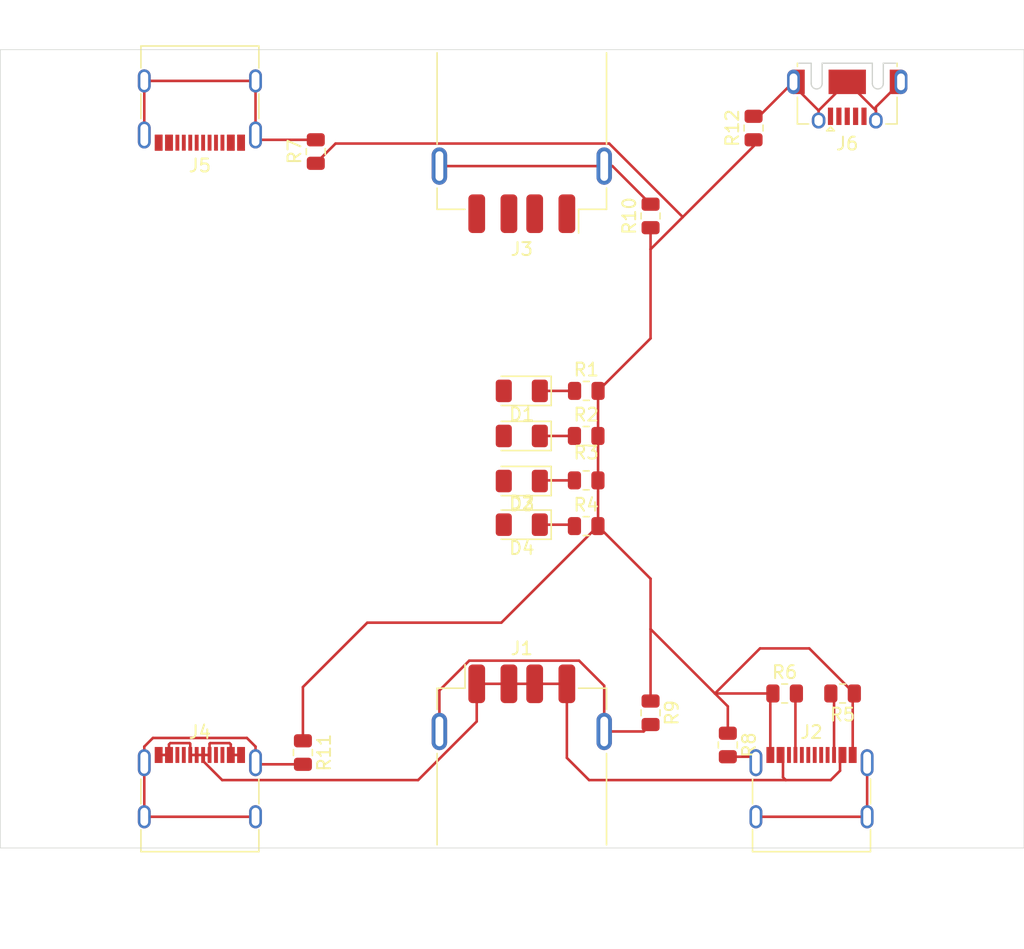
<source format=kicad_pcb>
(kicad_pcb (version 20240108) (generator "pcbnew") (generator_version "8.0")
  (layers (0 "F.Cu" signal) (31 "B.Cu" signal) (34 "B.Paste" user) (35 "F.Paste" user) (36 "B.SilkS" user "B.Silkscreen") (37 "F.SilkS" user "F.Silkscreen") (38 "B.Mask" user) (39 "F.Mask" user) (44 "Edge.Cuts" user))
  (net 0 "")
  (net 1 "Net-(D1-A)")
  (net 2 "Net-(D1-K)")
  (net 3 "Net-(D2-A)")
  (net 4 "Net-(D2-K)")
  (net 5 "Net-(D3-A)")
  (net 6 "Net-(D3-K)")
  (net 7 "Net-(D4-A)")
  (net 8 "Net-(D4-K)")
  (net 9 "Net-(J1-Shield)")
  (net 10 "+5V")
  (net 12 "GND")
  (net 16 "Net-(J2-CC1)")
  (net 17 "Net-(J2-CC2)")
  (net 18 "Net-(J2-SHIELD)")
  (net 21 "Net-(J3-Shield)")
  (net 22 "Net-(J4-SHIELD)")
  (net 28 "Net-(J5-SHIELD)")
  (net 32 "Net-(J6-Shield)")
  (footprint "LED_SMD:LED_1206_3216Metric" (layer "F.Cu") (at 57 81 180)
    (property "Reference" "D2" (at 0 -5.18 360) (layer "F.SilkS"))
    (property "Value" "LED")
    (fp_line (start 1.6 -1.135) (end -2.285 -1.135) (stroke (width 0.12)) (layer "F.SilkS"))
    (fp_line (start -2.285 1.135) (end 1.6 1.135) (stroke (width 0.12)) (layer "F.SilkS"))
    (fp_line (start -2.285 -1.135) (end -2.285 1.135) (stroke (width 0.12)) (layer "F.SilkS"))
    (pad "1" smd roundrect (at -1.4 0 180) (size 1.25 1.75) (layers "F.Cu" "F.Paste" "F.Mask") (roundrect_rratio 0.2) (net 4 "Net-(D2-K)"))
    (pad "2" smd roundrect (at 1.4 0 180) (size 1.25 1.75) (layers "F.Cu" "F.Paste" "F.Mask") (roundrect_rratio 0.2) (net 3 "Net-(D2-A)"))
  )
  (footprint "Resistor_SMD:R_0805_2012Metric" (layer "F.Cu") (at 73 105 -90)
    (property "Reference" "R8" (at 0 -1.65 90) (layer "F.SilkS"))
    (property "Value" "1M")
    (fp_line (start -0.227064 0.735) (end 0.227064 0.735) (stroke (width 0.12)) (layer "F.SilkS"))
    (fp_line (start -0.227064 -0.735) (end 0.227064 -0.735) (stroke (width 0.12)) (layer "F.SilkS"))
    (pad "1" smd roundrect (at -0.9125 0 270) (size 1.025 1.4) (layers "F.Cu" "F.Paste" "F.Mask") (roundrect_rratio 0.243902) (net 12 "GND"))
    (pad "2" smd roundrect (at 0.9125 0 270) (size 1.025 1.4) (layers "F.Cu" "F.Paste" "F.Mask") (roundrect_rratio 0.243902) (net 18 "Net-(J2-SHIELD)"))
  )
  (footprint "Resistor_SMD:R_0805_2012Metric" (layer "F.Cu") (at 75 57.0875 90)
    (property "Reference" "R12" (at 0 -1.65 90) (layer "F.SilkS"))
    (property "Value" "1M")
    (fp_line (start -0.227064 -0.735) (end 0.227064 -0.735) (stroke (width 0.12)) (layer "F.SilkS"))
    (fp_line (start -0.227064 0.735) (end 0.227064 0.735) (stroke (width 0.12)) (layer "F.SilkS"))
    (pad "1" smd roundrect (at -0.9125 0 90) (size 1.025 1.4) (layers "F.Cu" "F.Paste" "F.Mask") (roundrect_rratio 0.243902) (net 12 "GND"))
    (pad "2" smd roundrect (at 0.9125 0 90) (size 1.025 1.4) (layers "F.Cu" "F.Paste" "F.Mask") (roundrect_rratio 0.243902) (net 32 "Net-(J6-Shield)"))
  )
  (footprint "LED_SMD:LED_1206_3216Metric" (layer "F.Cu") (at 57 87.89 180)
    (property "Reference" "D4" (at 0 -1.82 360) (layer "F.SilkS"))
    (property "Value" "LED")
    (fp_line (start 1.6 -1.135) (end -2.285 -1.135) (stroke (width 0.12)) (layer "F.SilkS"))
    (fp_line (start -2.285 1.135) (end 1.6 1.135) (stroke (width 0.12)) (layer "F.SilkS"))
    (fp_line (start -2.285 -1.135) (end -2.285 1.135) (stroke (width 0.12)) (layer "F.SilkS"))
    (pad "1" smd roundrect (at -1.4 0 180) (size 1.25 1.75) (layers "F.Cu" "F.Paste" "F.Mask") (roundrect_rratio 0.2) (net 8 "Net-(D4-K)"))
    (pad "2" smd roundrect (at 1.4 0 180) (size 1.25 1.75) (layers "F.Cu" "F.Paste" "F.Mask") (roundrect_rratio 0.2) (net 7 "Net-(D4-A)"))
  )
  (footprint "Resistor_SMD:R_0805_2012Metric" (layer "F.Cu") (at 62 81)
    (property "Reference" "R2" (at 0 -1.65 0) (layer "F.SilkS"))
    (property "Value" "13000")
    (fp_line (start -0.227064 -0.735) (end 0.227064 -0.735) (stroke (width 0.12)) (layer "F.SilkS"))
    (fp_line (start -0.227064 0.735) (end 0.227064 0.735) (stroke (width 0.12)) (layer "F.SilkS"))
    (pad "1" smd roundrect (at -0.9125 0) (size 1.025 1.4) (layers "F.Cu" "F.Paste" "F.Mask") (roundrect_rratio 0.243902) (net 4 "Net-(D2-K)"))
    (pad "2" smd roundrect (at 0.9125 0) (size 1.025 1.4) (layers "F.Cu" "F.Paste" "F.Mask") (roundrect_rratio 0.243902) (net 12 "GND"))
  )
  (footprint "Resistor_SMD:R_0805_2012Metric" (layer "F.Cu") (at 62 84.45)
    (property "Reference" "R3" (at 0 -2.15 0) (layer "F.SilkS"))
    (property "Value" "13000")
    (fp_line (start -0.227064 -0.735) (end 0.227064 -0.735) (stroke (width 0.12)) (layer "F.SilkS"))
    (fp_line (start -0.227064 0.735) (end 0.227064 0.735) (stroke (width 0.12)) (layer "F.SilkS"))
    (pad "1" smd roundrect (at -0.9125 0) (size 1.025 1.4) (layers "F.Cu" "F.Paste" "F.Mask") (roundrect_rratio 0.243902) (net 6 "Net-(D3-K)"))
    (pad "2" smd roundrect (at 0.9125 0) (size 1.025 1.4) (layers "F.Cu" "F.Paste" "F.Mask") (roundrect_rratio 0.243902) (net 12 "GND"))
  )
  (footprint "LED_SMD:LED_1206_3216Metric" (layer "F.Cu") (at 57 84.5 180)
    (property "Reference" "D3" (at 0 -1.82 360) (layer "F.SilkS"))
    (property "Value" "LED")
    (fp_line (start 1.6 -1.135) (end -2.285 -1.135) (stroke (width 0.12)) (layer "F.SilkS"))
    (fp_line (start -2.285 1.135) (end 1.6 1.135) (stroke (width 0.12)) (layer "F.SilkS"))
    (fp_line (start -2.285 -1.135) (end -2.285 1.135) (stroke (width 0.12)) (layer "F.SilkS"))
    (pad "1" smd roundrect (at -1.4 0 180) (size 1.25 1.75) (layers "F.Cu" "F.Paste" "F.Mask") (roundrect_rratio 0.2) (net 6 "Net-(D3-K)"))
    (pad "2" smd roundrect (at 1.4 0 180) (size 1.25 1.75) (layers "F.Cu" "F.Paste" "F.Mask") (roundrect_rratio 0.2) (net 5 "Net-(D3-A)"))
  )
  (footprint "Resistor_SMD:R_0805_2012Metric" (layer "F.Cu") (at 62.01 77.5)
    (property "Reference" "R1" (at 0 -1.65 0) (layer "F.SilkS"))
    (property "Value" "13000")
    (fp_line (start -0.227064 -0.735) (end 0.227064 -0.735) (stroke (width 0.12)) (layer "F.SilkS"))
    (fp_line (start -0.227064 0.735) (end 0.227064 0.735) (stroke (width 0.12)) (layer "F.SilkS"))
    (pad "1" smd roundrect (at -0.9125 0) (size 1.025 1.4) (layers "F.Cu" "F.Paste" "F.Mask") (roundrect_rratio 0.243902) (net 2 "Net-(D1-K)"))
    (pad "2" smd roundrect (at 0.9125 0) (size 1.025 1.4) (layers "F.Cu" "F.Paste" "F.Mask") (roundrect_rratio 0.243902) (net 12 "GND"))
  )
  (footprint "LED_SMD:LED_1206_3216Metric" (layer "F.Cu") (at 57 77.5 180)
    (property "Reference" "D1" (at 0 -1.82 360) (layer "F.SilkS"))
    (property "Value" "LED")
    (fp_line (start 1.6 -1.135) (end -2.285 -1.135) (stroke (width 0.12)) (layer "F.SilkS"))
    (fp_line (start -2.285 1.135) (end 1.6 1.135) (stroke (width 0.12)) (layer "F.SilkS"))
    (fp_line (start -2.285 -1.135) (end -2.285 1.135) (stroke (width 0.12)) (layer "F.SilkS"))
    (pad "1" smd roundrect (at -1.4 0 180) (size 1.25 1.75) (layers "F.Cu" "F.Paste" "F.Mask") (roundrect_rratio 0.2) (net 2 "Net-(D1-K)"))
    (pad "2" smd roundrect (at 1.4 0 180) (size 1.25 1.75) (layers "F.Cu" "F.Paste" "F.Mask") (roundrect_rratio 0.2) (net 1 "Net-(D1-A)"))
  )
  (footprint "Connector_USB:USB_C_Receptacle_G-Switch_GT-USB-7010ASV" (layer "F.Cu") (at 32 109.5)
    (property "Reference" "J4" (at 0 -5.5 0) (layer "F.SilkS"))
    (property "Value" "USB_C_Receptacle_USB2.0_16P")
    (fp_line (start -4.58 -1.85) (end -4.58 0.07) (stroke (width 0.12)) (layer "F.SilkS"))
    (fp_line (start -4.58 3.785) (end -4.58 2.08) (stroke (width 0.12)) (layer "F.SilkS"))
    (fp_line (start 4.58 0.07) (end 4.58 -1.85) (stroke (width 0.12)) (layer "F.SilkS"))
    (fp_line (start 4.58 2.08) (end 4.58 3.785) (stroke (width 0.12)) (layer "F.SilkS"))
    (fp_line (start 4.58 3.785) (end -4.58 3.785) (stroke (width 0.12)) (layer "F.SilkS"))
    (pad "" np_thru_hole circle (at -2.89 -2.605) (size 0.65 0.65) (drill 0.65) (layers "*.Cu" "*.Mask"))
    (pad "" np_thru_hole circle (at 2.89 -2.605) (size 0.65 0.65) (drill 0.65) (layers "*.Cu" "*.Mask"))
    (pad "A1" smd rect (at -3.2 -3.725) (size 0.6 1.24) (layers "F.Cu" "F.Paste" "F.Mask") (net 10 "+5V"))
    (pad "A4" smd rect (at -2.4 -3.725) (size 0.6 1.24) (layers "F.Cu" "F.Paste" "F.Mask") (net 10 "+5V"))
    (pad "A5" smd rect (at -1.25 -3.725) (size 0.3 1.24) (layers "F.Cu" "F.Paste" "F.Mask"))
    (pad "A6" smd rect (at -0.25 -3.725) (size 0.3 1.24) (layers "F.Cu" "F.Paste" "F.Mask") (net 10 "+5V"))
    (pad "A7" smd rect (at 0.25 -3.725) (size 0.3 1.24) (layers "F.Cu" "F.Paste" "F.Mask") (net 10 "+5V"))
    (pad "A8" smd rect (at 1.25 -3.725) (size 0.3 1.24) (layers "F.Cu" "F.Paste" "F.Mask"))
    (pad "A9" smd rect (at 2.4 -3.725) (size 0.6 1.24) (layers "F.Cu" "F.Paste" "F.Mask") (net 10 "+5V"))
    (pad "A12" smd rect (at 3.2 -3.725) (size 0.6 1.24) (layers "F.Cu" "F.Paste" "F.Mask") (net 10 "+5V"))
    (pad "B1" smd rect (at 3.2 -3.725) (size 0.6 1.24) (layers "F.Cu" "F.Paste" "F.Mask") (net 10 "+5V"))
    (pad "B4" smd rect (at 2.4 -3.725) (size 0.6 1.24) (layers "F.Cu" "F.Paste" "F.Mask") (net 10 "+5V"))
    (pad "B5" smd rect (at 1.75 -3.725) (size 0.3 1.24) (layers "F.Cu" "F.Paste" "F.Mask"))
    (pad "B6" smd rect (at 0.75 -3.725) (size 0.3 1.24) (layers "F.Cu" "F.Paste" "F.Mask") (net 10 "+5V"))
    (pad "B7" smd rect (at -0.75 -3.725) (size 0.3 1.24) (layers "F.Cu" "F.Paste" "F.Mask") (net 10 "+5V"))
    (pad "B8" smd rect (at -1.75 -3.725) (size 0.3 1.24) (layers "F.Cu" "F.Paste" "F.Mask"))
    (pad "B9" smd rect (at -2.4 -3.725) (size 0.6 1.24) (layers "F.Cu" "F.Paste" "F.Mask") (net 10 "+5V"))
    (pad "B12" smd rect (at -3.2 -3.725) (size 0.6 1.24) (layers "F.Cu" "F.Paste" "F.Mask") (net 10 "+5V"))
    (pad "S1" thru_hole oval (at -4.32 -3.125) (size 1 2.1) (drill oval 0.6 1.7) (layers "*.Cu" "*.Mask") (net 22 "Net-(J4-SHIELD)"))
    (pad "S1" thru_hole oval (at -4.32 1.075) (size 1 1.8) (drill oval 0.6 1.4) (layers "*.Cu" "*.Mask") (net 22 "Net-(J4-SHIELD)"))
    (pad "S1" thru_hole oval (at 4.32 -3.125) (size 1 2.1) (drill oval 0.6 1.7) (layers "*.Cu" "*.Mask") (net 22 "Net-(J4-SHIELD)"))
    (pad "S1" thru_hole oval (at 4.32 1.075) (size 1 1.8) (drill oval 0.6 1.4) (layers "*.Cu" "*.Mask") (net 22 "Net-(J4-SHIELD)"))
  )
  (footprint "Resistor_SMD:R_0805_2012Metric" (layer "F.Cu") (at 77.4125 101)
    (property "Reference" "R6" (at 0 -1.65 0) (layer "F.SilkS"))
    (property "Value" "5.11k")
    (fp_line (start -0.227064 -0.735) (end 0.227064 -0.735) (stroke (width 0.12)) (layer "F.SilkS"))
    (fp_line (start -0.227064 0.735) (end 0.227064 0.735) (stroke (width 0.12)) (layer "F.SilkS"))
    (pad "1" smd roundrect (at -0.9125 0) (size 1.025 1.4) (layers "F.Cu" "F.Paste" "F.Mask") (roundrect_rratio 0.243902) (net 12 "GND"))
    (pad "2" smd roundrect (at 0.9125 0) (size 1.025 1.4) (layers "F.Cu" "F.Paste" "F.Mask") (roundrect_rratio 0.243902) (net 16 "Net-(J2-CC1)"))
  )
  (footprint "Resistor_SMD:R_0805_2012Metric" (layer "F.Cu") (at 62 88)
    (property "Reference" "R4" (at 0 -1.65 0) (layer "F.SilkS"))
    (property "Value" "13000")
    (fp_line (start -0.227064 -0.735) (end 0.227064 -0.735) (stroke (width 0.12)) (layer "F.SilkS"))
    (fp_line (start -0.227064 0.735) (end 0.227064 0.735) (stroke (width 0.12)) (layer "F.SilkS"))
    (pad "1" smd roundrect (at -0.9125 0) (size 1.025 1.4) (layers "F.Cu" "F.Paste" "F.Mask") (roundrect_rratio 0.243902) (net 8 "Net-(D4-K)"))
    (pad "2" smd roundrect (at 0.9125 0) (size 1.025 1.4) (layers "F.Cu" "F.Paste" "F.Mask") (roundrect_rratio 0.243902) (net 12 "GND"))
  )
  (footprint "Connector_USB:USB_A_Receptacle_GCT_USB1046" (layer "F.Cu") (at 57 56.49 180)
    (property "Reference" "J3" (at 0 -10 0) (layer "F.SilkS"))
    (property "Value" "USB_A")
    (fp_line (start 6.58 -1.84) (end 6.58 5.25) (stroke (width 0.12)) (layer "F.SilkS"))
    (fp_line (start 6.58 -6.91) (end 6.58 -5.26) (stroke (width 0.12)) (layer "F.SilkS"))
    (fp_line (start 4.41 -6.91) (end 6.58 -6.91) (stroke (width 0.12)) (layer "F.SilkS"))
    (fp_line (start -4.41 -6.91) (end -4.41 -8.75) (stroke (width 0.12)) (layer "F.SilkS"))
    (fp_line (start -4.41 -6.91) (end -6.58 -6.91) (stroke (width 0.12)) (layer "F.SilkS"))
    (fp_line (start -6.58 -1.84) (end -6.58 5.25) (stroke (width 0.12)) (layer "F.SilkS"))
    (fp_line (start -6.58 -6.91) (end -6.58 -5.26) (stroke (width 0.12)) (layer "F.SilkS"))
    (pad "1" smd roundrect (at -3.5 -7.25 180) (size 1.3 3) (layers "F.Cu" "F.Paste" "F.Mask") (net 1 "Net-(D1-A)"))
    (pad "2" smd roundrect (at -1 -7.25 180) (size 1.3 3) (layers "F.Cu" "F.Paste" "F.Mask") (net 5 "Net-(D3-A)"))
    (pad "3" smd roundrect (at 1 -7.25 180) (size 1.3 3) (layers "F.Cu" "F.Paste" "F.Mask") (net 3 "Net-(D2-A)"))
    (pad "4" smd roundrect (at 3.5 -7.25 180) (size 1.3 3) (layers "F.Cu" "F.Paste" "F.Mask") (net 7 "Net-(D4-A)"))
    (pad "5" thru_hole oval (at -6.4 -3.55 180) (size 1.2 2.9) (drill oval 0.6 2.3) (layers "*.Cu" "*.Mask") (net 21 "Net-(J3-Shield)"))
    (pad "5" thru_hole oval (at 6.4 -3.55 180) (size 1.2 2.9) (drill oval 0.6 2.3) (layers "*.Cu" "*.Mask") (net 21 "Net-(J3-Shield)"))
  )
  (footprint "Connector_USB:USB_C_Receptacle_G-Switch_GT-USB-7010ASV" (layer "F.Cu") (at 32 54.5 180)
    (property "Reference" "J5" (at 0 -5.5 360) (layer "F.SilkS"))
    (property "Value" "USB_C_Receptacle_USB2.0_16P")
    (fp_line (start 4.58 3.785) (end -4.58 3.785) (stroke (width 0.12)) (layer "F.SilkS"))
    (fp_line (start 4.58 2.08) (end 4.58 3.785) (stroke (width 0.12)) (layer "F.SilkS"))
    (fp_line (start 4.58 0.07) (end 4.58 -1.85) (stroke (width 0.12)) (layer "F.SilkS"))
    (fp_line (start -4.58 3.785) (end -4.58 2.08) (stroke (width 0.12)) (layer "F.SilkS"))
    (fp_line (start -4.58 -1.85) (end -4.58 0.07) (stroke (width 0.12)) (layer "F.SilkS"))
    (pad "" np_thru_hole circle (at -2.89 -2.605 180) (size 0.65 0.65) (drill 0.65) (layers "*.Cu" "*.Mask"))
    (pad "" np_thru_hole circle (at 2.89 -2.605 180) (size 0.65 0.65) (drill 0.65) (layers "*.Cu" "*.Mask"))
    (pad "A1" smd rect (at -3.2 -3.725 180) (size 0.6 1.24) (layers "F.Cu" "F.Paste" "F.Mask") (net 7 "Net-(D4-A)"))
    (pad "A4" smd rect (at -2.4 -3.725 180) (size 0.6 1.24) (layers "F.Cu" "F.Paste" "F.Mask") (net 1 "Net-(D1-A)"))
    (pad "A5" smd rect (at -1.25 -3.725 180) (size 0.3 1.24) (layers "F.Cu" "F.Paste" "F.Mask"))
    (pad "A6" smd rect (at -0.25 -3.725 180) (size 0.3 1.24) (layers "F.Cu" "F.Paste" "F.Mask") (net 3 "Net-(D2-A)"))
    (pad "A7" smd rect (at 0.25 -3.725 180) (size 0.3 1.24) (layers "F.Cu" "F.Paste" "F.Mask") (net 5 "Net-(D3-A)"))
    (pad "A8" smd rect (at 1.25 -3.725 180) (size 0.3 1.24) (layers "F.Cu" "F.Paste" "F.Mask"))
    (pad "A9" smd rect (at 2.4 -3.725 180) (size 0.6 1.24) (layers "F.Cu" "F.Paste" "F.Mask") (net 1 "Net-(D1-A)"))
    (pad "A12" smd rect (at 3.2 -3.725 180) (size 0.6 1.24) (layers "F.Cu" "F.Paste" "F.Mask") (net 7 "Net-(D4-A)"))
    (pad "B1" smd rect (at 3.2 -3.725 180) (size 0.6 1.24) (layers "F.Cu" "F.Paste" "F.Mask") (net 7 "Net-(D4-A)"))
    (pad "B4" smd rect (at 2.4 -3.725 180) (size 0.6 1.24) (layers "F.Cu" "F.Paste" "F.Mask") (net 1 "Net-(D1-A)"))
    (pad "B5" smd rect (at 1.75 -3.725 180) (size 0.3 1.24) (layers "F.Cu" "F.Paste" "F.Mask"))
    (pad "B6" smd rect (at 0.75 -3.725 180) (size 0.3 1.24) (layers "F.Cu" "F.Paste" "F.Mask") (net 3 "Net-(D2-A)"))
    (pad "B7" smd rect (at -0.75 -3.725 180) (size 0.3 1.24) (layers "F.Cu" "F.Paste" "F.Mask") (net 5 "Net-(D3-A)"))
    (pad "B8" smd rect (at -1.75 -3.725 180) (size 0.3 1.24) (layers "F.Cu" "F.Paste" "F.Mask"))
    (pad "B9" smd rect (at -2.4 -3.725 180) (size 0.6 1.24) (layers "F.Cu" "F.Paste" "F.Mask") (net 1 "Net-(D1-A)"))
    (pad "B12" smd rect (at -3.2 -3.725 180) (size 0.6 1.24) (layers "F.Cu" "F.Paste" "F.Mask") (net 7 "Net-(D4-A)"))
    (pad "S1" thru_hole oval (at -4.32 -3.125 180) (size 1 2.1) (drill oval 0.6 1.7) (layers "*.Cu" "*.Mask") (net 28 "Net-(J5-SHIELD)"))
    (pad "S1" thru_hole oval (at -4.32 1.075 180) (size 1 1.8) (drill oval 0.6 1.4) (layers "*.Cu" "*.Mask") (net 28 "Net-(J5-SHIELD)"))
    (pad "S1" thru_hole oval (at 4.32 -3.125 180) (size 1 2.1) (drill oval 0.6 1.7) (layers "*.Cu" "*.Mask") (net 28 "Net-(J5-SHIELD)"))
    (pad "S1" thru_hole oval (at 4.32 1.075 180) (size 1 1.8) (drill oval 0.6 1.4) (layers "*.Cu" "*.Mask") (net 28 "Net-(J5-SHIELD)"))
  )
  (footprint "Connector_USB:USB_C_Receptacle_G-Switch_GT-USB-7010ASV" (layer "F.Cu") (at 79.5 109.5)
    (property "Reference" "J2" (at 0 -5.5 0) (layer "F.SilkS"))
    (property "Value" "USB_C_Receptacle_USB2.0_16P")
    (fp_line (start -4.58 -1.85) (end -4.58 0.07) (stroke (width 0.12)) (layer "F.SilkS"))
    (fp_line (start -4.58 3.785) (end -4.58 2.08) (stroke (width 0.12)) (layer "F.SilkS"))
    (fp_line (start 4.58 0.07) (end 4.58 -1.85) (stroke (width 0.12)) (layer "F.SilkS"))
    (fp_line (start 4.58 2.08) (end 4.58 3.785) (stroke (width 0.12)) (layer "F.SilkS"))
    (fp_line (start 4.58 3.785) (end -4.58 3.785) (stroke (width 0.12)) (layer "F.SilkS"))
    (pad "" np_thru_hole circle (at -2.89 -2.605) (size 0.65 0.65) (drill 0.65) (layers "*.Cu" "*.Mask"))
    (pad "" np_thru_hole circle (at 2.89 -2.605) (size 0.65 0.65) (drill 0.65) (layers "*.Cu" "*.Mask"))
    (pad "A1" smd rect (at -3.2 -3.725) (size 0.6 1.24) (layers "F.Cu" "F.Paste" "F.Mask") (net 12 "GND"))
    (pad "A4" smd rect (at -2.4 -3.725) (size 0.6 1.24) (layers "F.Cu" "F.Paste" "F.Mask") (net 10 "+5V"))
    (pad "A5" smd rect (at -1.25 -3.725) (size 0.3 1.24) (layers "F.Cu" "F.Paste" "F.Mask") (net 16 "Net-(J2-CC1)"))
    (pad "A6" smd rect (at -0.25 -3.725) (size 0.3 1.24) (layers "F.Cu" "F.Paste" "F.Mask"))
    (pad "A7" smd rect (at 0.25 -3.725) (size 0.3 1.24) (layers "F.Cu" "F.Paste" "F.Mask"))
    (pad "A8" smd rect (at 1.25 -3.725) (size 0.3 1.24) (layers "F.Cu" "F.Paste" "F.Mask"))
    (pad "A9" smd rect (at 2.4 -3.725) (size 0.6 1.24) (layers "F.Cu" "F.Paste" "F.Mask") (net 10 "+5V"))
    (pad "A12" smd rect (at 3.2 -3.725) (size 0.6 1.24) (layers "F.Cu" "F.Paste" "F.Mask") (net 12 "GND"))
    (pad "B1" smd rect (at 3.2 -3.725) (size 0.6 1.24) (layers "F.Cu" "F.Paste" "F.Mask") (net 12 "GND"))
    (pad "B4" smd rect (at 2.4 -3.725) (size 0.6 1.24) (layers "F.Cu" "F.Paste" "F.Mask") (net 10 "+5V"))
    (pad "B5" smd rect (at 1.75 -3.725) (size 0.3 1.24) (layers "F.Cu" "F.Paste" "F.Mask") (net 17 "Net-(J2-CC2)"))
    (pad "B6" smd rect (at 0.75 -3.725) (size 0.3 1.24) (layers "F.Cu" "F.Paste" "F.Mask"))
    (pad "B7" smd rect (at -0.75 -3.725) (size 0.3 1.24) (layers "F.Cu" "F.Paste" "F.Mask"))
    (pad "B8" smd rect (at -1.75 -3.725) (size 0.3 1.24) (layers "F.Cu" "F.Paste" "F.Mask"))
    (pad "B9" smd rect (at -2.4 -3.725) (size 0.6 1.24) (layers "F.Cu" "F.Paste" "F.Mask") (net 10 "+5V"))
    (pad "B12" smd rect (at -3.2 -3.725) (size 0.6 1.24) (layers "F.Cu" "F.Paste" "F.Mask") (net 12 "GND"))
    (pad "S1" thru_hole oval (at -4.32 -3.125) (size 1 2.1) (drill oval 0.6 1.7) (layers "*.Cu" "*.Mask") (net 18 "Net-(J2-SHIELD)"))
    (pad "S1" thru_hole oval (at -4.32 1.075) (size 1 1.8) (drill oval 0.6 1.4) (layers "*.Cu" "*.Mask") (net 18 "Net-(J2-SHIELD)"))
    (pad "S1" thru_hole oval (at 4.32 -3.125) (size 1 2.1) (drill oval 0.6 1.7) (layers "*.Cu" "*.Mask") (net 18 "Net-(J2-SHIELD)"))
    (pad "S1" thru_hole oval (at 4.32 1.075) (size 1 1.8) (drill oval 0.6 1.4) (layers "*.Cu" "*.Mask") (net 18 "Net-(J2-SHIELD)"))
  )
  (footprint "Connector_USB:USB_A_Receptacle_GCT_USB1046" (layer "F.Cu") (at 57 107.5)
    (property "Reference" "J1" (at 0 -10 0) (layer "F.SilkS"))
    (property "Value" "USB_A")
    (fp_line (start -6.58 -6.91) (end -6.58 -5.26) (stroke (width 0.12)) (layer "F.SilkS"))
    (fp_line (start -6.58 -1.84) (end -6.58 5.25) (stroke (width 0.12)) (layer "F.SilkS"))
    (fp_line (start -4.41 -6.91) (end -6.58 -6.91) (stroke (width 0.12)) (layer "F.SilkS"))
    (fp_line (start -4.41 -6.91) (end -4.41 -8.75) (stroke (width 0.12)) (layer "F.SilkS"))
    (fp_line (start 4.41 -6.91) (end 6.58 -6.91) (stroke (width 0.12)) (layer "F.SilkS"))
    (fp_line (start 6.58 -6.91) (end 6.58 -5.26) (stroke (width 0.12)) (layer "F.SilkS"))
    (fp_line (start 6.58 -1.84) (end 6.58 5.25) (stroke (width 0.12)) (layer "F.SilkS"))
    (pad "1" smd roundrect (at -3.5 -7.25) (size 1.3 3) (layers "F.Cu" "F.Paste" "F.Mask") (net 10 "+5V"))
    (pad "2" smd roundrect (at -1 -7.25) (size 1.3 3) (layers "F.Cu" "F.Paste" "F.Mask") (net 10 "+5V"))
    (pad "3" smd roundrect (at 1 -7.25) (size 1.3 3) (layers "F.Cu" "F.Paste" "F.Mask") (net 10 "+5V"))
    (pad "4" smd roundrect (at 3.5 -7.25) (size 1.3 3) (layers "F.Cu" "F.Paste" "F.Mask") (net 10 "+5V"))
    (pad "5" thru_hole oval (at -6.4 -3.55) (size 1.2 2.9) (drill oval 0.6 2.3) (layers "*.Cu" "*.Mask") (net 9 "Net-(J1-Shield)"))
    (pad "5" thru_hole oval (at 6.4 -3.55) (size 1.2 2.9) (drill oval 0.6 2.3) (layers "*.Cu" "*.Mask") (net 9 "Net-(J1-Shield)"))
  )
  (footprint "Resistor_SMD:R_0805_2012Metric" (layer "F.Cu") (at 40 105.5875 -90)
    (property "Reference" "R11" (at 0 -1.65 90) (layer "F.SilkS"))
    (property "Value" "1M")
    (fp_line (start -0.227064 0.735) (end 0.227064 0.735) (stroke (width 0.12)) (layer "F.SilkS"))
    (fp_line (start -0.227064 -0.735) (end 0.227064 -0.735) (stroke (width 0.12)) (layer "F.SilkS"))
    (pad "1" smd roundrect (at -0.9125 0 270) (size 1.025 1.4) (layers "F.Cu" "F.Paste" "F.Mask") (roundrect_rratio 0.243902) (net 12 "GND"))
    (pad "2" smd roundrect (at 0.9125 0 270) (size 1.025 1.4) (layers "F.Cu" "F.Paste" "F.Mask") (roundrect_rratio 0.243902) (net 22 "Net-(J4-SHIELD)"))
  )
  (footprint "Resistor_SMD:R_0805_2012Metric" (layer "F.Cu") (at 81.9125 101 180)
    (property "Reference" "R5" (at 0 -1.65 0) (layer "F.SilkS"))
    (property "Value" "5.11k")
    (fp_line (start -0.227064 0.735) (end 0.227064 0.735) (stroke (width 0.12)) (layer "F.SilkS"))
    (fp_line (start -0.227064 -0.735) (end 0.227064 -0.735) (stroke (width 0.12)) (layer "F.SilkS"))
    (pad "1" smd roundrect (at -0.9125 0 180) (size 1.025 1.4) (layers "F.Cu" "F.Paste" "F.Mask") (roundrect_rratio 0.243902) (net 12 "GND"))
    (pad "2" smd roundrect (at 0.9125 0 180) (size 1.025 1.4) (layers "F.Cu" "F.Paste" "F.Mask") (roundrect_rratio 0.243902) (net 17 "Net-(J2-CC2)"))
  )
  (footprint "Resistor_SMD:R_0805_2012Metric" (layer "F.Cu") (at 67 63.9125 90)
    (property "Reference" "R10" (at 0 -1.65 90) (layer "F.SilkS"))
    (property "Value" "1M")
    (fp_line (start -0.227064 -0.735) (end 0.227064 -0.735) (stroke (width 0.12)) (layer "F.SilkS"))
    (fp_line (start -0.227064 0.735) (end 0.227064 0.735) (stroke (width 0.12)) (layer "F.SilkS"))
    (pad "1" smd roundrect (at -0.9125 0 90) (size 1.025 1.4) (layers "F.Cu" "F.Paste" "F.Mask") (roundrect_rratio 0.243902) (net 12 "GND"))
    (pad "2" smd roundrect (at 0.9125 0 90) (size 1.025 1.4) (layers "F.Cu" "F.Paste" "F.Mask") (roundrect_rratio 0.243902) (net 21 "Net-(J3-Shield)"))
  )
  (footprint "Resistor_SMD:R_0805_2012Metric" (layer "F.Cu") (at 41 58.9125 90)
    (property "Reference" "R7" (at 0 -1.65 90) (layer "F.SilkS"))
    (property "Value" "1M")
    (fp_line (start -0.227064 -0.735) (end 0.227064 -0.735) (stroke (width 0.12)) (layer "F.SilkS"))
    (fp_line (start -0.227064 0.735) (end 0.227064 0.735) (stroke (width 0.12)) (layer "F.SilkS"))
    (pad "1" smd roundrect (at -0.9125 0 90) (size 1.025 1.4) (layers "F.Cu" "F.Paste" "F.Mask") (roundrect_rratio 0.243902) (net 12 "GND"))
    (pad "2" smd roundrect (at 0.9125 0 90) (size 1.025 1.4) (layers "F.Cu" "F.Paste" "F.Mask") (roundrect_rratio 0.243902) (net 28 "Net-(J5-SHIELD)"))
  )
  (footprint "Resistor_SMD:R_0805_2012Metric" (layer "F.Cu") (at 67 102.5 -90)
    (property "Reference" "R9" (at 0 -1.65 90) (layer "F.SilkS"))
    (property "Value" "1M")
    (fp_line (start -0.227064 0.735) (end 0.227064 0.735) (stroke (width 0.12)) (layer "F.SilkS"))
    (fp_line (start -0.227064 -0.735) (end 0.227064 -0.735) (stroke (width 0.12)) (layer "F.SilkS"))
    (pad "1" smd roundrect (at -0.9125 0 270) (size 1.025 1.4) (layers "F.Cu" "F.Paste" "F.Mask") (roundrect_rratio 0.243902) (net 12 "GND"))
    (pad "2" smd roundrect (at 0.9125 0 270) (size 1.025 1.4) (layers "F.Cu" "F.Paste" "F.Mask") (roundrect_rratio 0.243902) (net 9 "Net-(J1-Shield)"))
  )
  (footprint "Connector_USB:USB_Micro-AB_Molex_47590-0001" (layer "F.Cu") (at 82.275 53.5 180)
    (property "Reference" "J6" (at 0 -4.8 360) (layer "F.SilkS"))
    (property "Value" "USB_B_Micro")
    (fp_line (start 3.87 1.2) (end 3.87 1.45) (stroke (width 0.12)) (layer "F.SilkS"))
    (fp_line (start 3.87 -3.27) (end 3.87 -1.2) (stroke (width 0.12)) (layer "F.SilkS"))
    (fp_line (start 3 -3.27) (end 3.87 -3.27) (stroke (width 0.12)) (layer "F.SilkS"))
    (fp_line (start 1.3 -3.5) (end 1.6 -3.8) (stroke (width 0.12)) (layer "F.SilkS"))
    (fp_line (start 1.3 -3.5) (end 1 -3.8) (stroke (width 0.12)) (layer "F.SilkS"))
    (fp_line (start 1 -3.8) (end 1.6 -3.8) (stroke (width 0.12)) (layer "F.SilkS"))
    (fp_line (start -3.87 1.2) (end -3.87 1.45) (stroke (width 0.12)) (layer "F.SilkS"))
    (fp_line (start -3.87 -3.27) (end -3 -3.27) (stroke (width 0.12)) (layer "F.SilkS"))
    (fp_line (start -3.87 -3.27) (end -3.87 -1.2) (stroke (width 0.12)) (layer "F.SilkS"))
    (fp_line (start 2.8 1.45) (end 3.75 1.45) (stroke (width 0.1)) (layer "Edge.Cuts"))
    (fp_line (start 2.8 -0.125) (end 2.8 1.45) (stroke (width 0.1)) (layer "Edge.Cuts"))
    (fp_line (start 1.95 -0.125) (end 1.95 1.45) (stroke (width 0.1)) (layer "Edge.Cuts"))
    (fp_line (start -1.95 1.45) (end 1.95 1.45) (stroke (width 0.1)) (layer "Edge.Cuts"))
    (fp_line (start -1.95 -0.125) (end -1.95 1.45) (stroke (width 0.1)) (layer "Edge.Cuts"))
    (fp_line (start -2.8 -0.125) (end -2.8 1.45) (stroke (width 0.1)) (layer "Edge.Cuts"))
    (fp_line (start -3.75 1.45) (end -2.8 1.45) (stroke (width 0.1)) (layer "Edge.Cuts"))
    (fp_arc (start 1.95 -0.125) (mid 2.375 -0.55) (end 2.8 -0.125) (stroke (width 0.1)) (layer "Edge.Cuts"))
    (fp_arc (start -2.8 -0.125) (mid -2.375 -0.55) (end -1.95 -0.125) (stroke (width 0.1)) (layer "Edge.Cuts"))
    (pad "1" smd rect (at 1.3 -2.675 180) (size 0.4 1.35) (layers "F.Cu" "F.Paste" "F.Mask") (net 1 "Net-(D1-A)"))
    (pad "2" smd rect (at 0.65 -2.675 180) (size 0.4 1.35) (layers "F.Cu" "F.Paste" "F.Mask") (net 5 "Net-(D3-A)"))
    (pad "3" smd rect (at 0 -2.675 180) (size 0.4 1.35) (layers "F.Cu" "F.Paste" "F.Mask") (net 3 "Net-(D2-A)"))
    (pad "4" smd rect (at -0.65 -2.675 180) (size 0.4 1.35) (layers "F.Cu" "F.Paste" "F.Mask"))
    (pad "5" smd rect (at -1.3 -2.675 180) (size 0.4 1.35) (layers "F.Cu" "F.Paste" "F.Mask") (net 7 "Net-(D4-A)"))
    (pad "6" thru_hole oval (at -4.175 0 180) (size 1 1.9) (drill oval 0.6 1.3) (layers "*.Cu" "*.Mask") (net 32 "Net-(J6-Shield)"))
    (pad "6" smd rect (at -3.7375 0 180) (size 0.875 1.9) (layers "F.Cu" "F.Mask") (net 32 "Net-(J6-Shield)"))
    (pad "6" thru_hole oval (at -2.225 -3 180) (size 1.05 1.25) (drill oval 0.65 0.85) (layers "*.Cu" "*.Mask") (net 32 "Net-(J6-Shield)"))
    (pad "6" smd rect (at 0 0 180) (size 2.9 1.9) (layers "F.Cu" "F.Paste" "F.Mask") (net 32 "Net-(J6-Shield)"))
    (pad "6" thru_hole oval (at 2.225 -3 180) (size 1.05 1.25) (drill oval 0.65 0.85) (layers "*.Cu" "*.Mask") (net 32 "Net-(J6-Shield)"))
    (pad "6" smd rect (at 3.7375 0 180) (size 0.875 1.9) (layers "F.Cu" "F.Mask") (net 32 "Net-(J6-Shield)"))
    (pad "6" thru_hole oval (at 4.175 0 180) (size 1 1.9) (drill oval 0.6 1.3) (layers "*.Cu" "*.Mask") (net 32 "Net-(J6-Shield)"))
  )
  (gr_rect (start 16.5 51) (end 96 113) (stroke (width 0.05)) (fill none) (layer "Edge.Cuts"))
  (segment (start 61.0975 77.5) (end 58.4 77.5) (width 0.2) (layer "F.Cu") (net 2))
  (segment (start 61.0875 81) (end 58.4 81) (width 0.2) (layer "F.Cu") (net 4))
  (segment (start 58.45 84.45) (end 58.4 84.5) (width 0.2) (layer "F.Cu") (net 6))
  (segment (start 61.0875 84.45) (end 58.45 84.45) (width 0.2) (layer "F.Cu") (net 6))
  (segment (start 60.9775 87.89) (end 61.0875 88) (width 0.2) (layer "F.Cu") (net 8))
  (segment (start 58.4 87.89) (end 60.9775 87.89) (width 0.2) (layer "F.Cu") (net 8))
  (segment (start 52.916116 98.45) (end 61.45 98.45) (width 0.2) (layer "F.Cu") (net 9))
  (segment (start 63.4 100.4) (end 63.4 103.95) (width 0.2) (layer "F.Cu") (net 9))
  (segment (start 50.6 100.766116) (end 52.916116 98.45) (width 0.2) (layer "F.Cu") (net 9))
  (segment (start 50.6 103.95) (end 50.6 100.766116) (width 0.2) (layer "F.Cu") (net 9))
  (segment (start 63.4 103.95) (end 66.4625 103.95) (width 0.2) (layer "F.Cu") (net 9))
  (segment (start 66.4625 103.95) (end 67 103.4125) (width 0.2) (layer "F.Cu") (net 9))
  (segment (start 61.45 98.45) (end 63.4 100.4) (width 0.2) (layer "F.Cu") (net 9))
  (segment (start 32.25 105.775) (end 32.25 106.245) (width 0.2) (layer "F.Cu") (net 10))
  (segment (start 32.75 105.775) (end 31.25 105.775) (width 0.2) (layer "F.Cu") (net 10))
  (segment (start 81.715 107) (end 81.715 105.96) (width 0.2) (layer "F.Cu") (net 10))
  (segment (start 53.5 103.172792) (end 53.5 100.25) (width 0.2) (layer "F.Cu") (net 10))
  (segment (start 34.3 104.855) (end 34.4 104.955) (width 0.2) (layer "F.Cu") (net 10))
  (segment (start 32.75 104.905) (end 32.8 104.855) (width 0.2) (layer "F.Cu") (net 10))
  (segment (start 60.5 100.25) (end 60.5 106) (width 0.2) (layer "F.Cu") (net 10))
  (segment (start 60.5 106) (end 62.225 107.725) (width 0.2) (layer "F.Cu") (net 10))
  (segment (start 31.2 104.855) (end 29.7 104.855) (width 0.2) (layer "F.Cu") (net 10))
  (segment (start 32.75 105.775) (end 32.75 104.905) (width 0.2) (layer "F.Cu") (net 10))
  (segment (start 32.25 106.245) (end 33.73 107.725) (width 0.2) (layer "F.Cu") (net 10))
  (segment (start 31.25 105.775) (end 31.25 104.905) (width 0.2) (layer "F.Cu") (net 10))
  (segment (start 29.6 104.955) (end 29.6 105.775) (width 0.2) (layer "F.Cu") (net 10))
  (segment (start 77.5 107.725) (end 80.99 107.725) (width 0.2) (layer "F.Cu") (net 10))
  (segment (start 77.1 105.775) (end 77.285 105.96) (width 0.2) (layer "F.Cu") (net 10))
  (segment (start 77.285 107.51) (end 77.5 107.725) (width 0.2) (layer "F.Cu") (net 10))
  (segment (start 80.99 107.725) (end 81.715 107) (width 0.2) (layer "F.Cu") (net 10))
  (segment (start 48.947792 107.725) (end 53.5 103.172792) (width 0.2) (layer "F.Cu") (net 10))
  (segment (start 33.73 107.725) (end 48.947792 107.725) (width 0.2) (layer "F.Cu") (net 10))
  (segment (start 29.7 104.855) (end 29.6 104.955) (width 0.2) (layer "F.Cu") (net 10))
  (segment (start 34.4 104.955) (end 34.4 105.775) (width 0.2) (layer "F.Cu") (net 10))
  (segment (start 77.285 105.96) (end 77.285 107.51) (width 0.2) (layer "F.Cu") (net 10))
  (segment (start 32.8 104.855) (end 34.3 104.855) (width 0.2) (layer "F.Cu") (net 10))
  (segment (start 35.2 105.775) (end 34.4 105.775) (width 0.2) (layer "F.Cu") (net 10))
  (segment (start 31.25 104.905) (end 31.2 104.855) (width 0.2) (layer "F.Cu") (net 10))
  (segment (start 62.225 107.725) (end 77.5 107.725) (width 0.2) (layer "F.Cu") (net 10))
  (segment (start 53.5 100.25) (end 60.5 100.25) (width 0.2) (layer "F.Cu") (net 10))
  (segment (start 29.6 105.775) (end 28.8 105.775) (width 0.2) (layer "F.Cu") (net 10))
  (segment (start 81.715 105.96) (end 81.9 105.775) (width 0.2) (layer "F.Cu") (net 10))
  (segment (start 73 102) (end 72 101) (width 0.2) (layer "F.Cu") (net 12))
  (segment (start 67 101.5875) (end 67 96) (width 0.2) (layer "F.Cu") (net 12))
  (segment (start 63.79 58.29) (end 69.5 64) (width 0.2) (layer "F.Cu") (net 12))
  (segment (start 82.7 105.775) (end 82.7 101.125) (width 0.2) (layer "F.Cu") (net 12))
  (segment (start 76.3 105.775) (end 76.3 101.2) (width 0.2) (layer "F.Cu") (net 12))
  (segment (start 67 96) (end 67 92.0875) (width 0.2) (layer "F.Cu") (net 12))
  (segment (start 75.5 97.5) (end 72 101) (width 0.2) (layer "F.Cu") (net 12))
  (segment (start 42.535 58.29) (end 63.79 58.29) (width 0.2) (layer "F.Cu") (net 12))
  (segment (start 82.7 101.125) (end 82.825 101) (width 0.2) (layer "F.Cu") (net 12))
  (segment (start 67 66.5) (end 67 73.4225) (width 0.2) (layer "F.Cu") (net 12))
  (segment (start 67 92.0875) (end 62.9125 88) (width 0.2) (layer "F.Cu") (net 12))
  (segment (start 76.5 101) (end 72 101) (width 0.2) (layer "F.Cu") (net 12))
  (segment (start 79.325 97.5) (end 75.5 97.5) (width 0.2) (layer "F.Cu") (net 12))
  (segment (start 67 64.825) (end 67 66.5) (width 0.2) (layer "F.Cu") (net 12))
  (segment (start 75 58.5) (end 69.5 64) (width 0.2) (layer "F.Cu") (net 12))
  (segment (start 55.4125 95.5) (end 62.9125 88) (width 0.2) (layer "F.Cu") (net 12))
  (segment (start 82.825 101) (end 79.325 97.5) (width 0.2) (layer "F.Cu") (net 12))
  (segment (start 41 59.825) (end 42.535 58.29) (width 0.2) (layer "F.Cu") (net 12))
  (segment (start 76.3 101.2) (end 76.5 101) (width 0.2) (layer "F.Cu") (net 12))
  (segment (start 69.5 64) (end 67 66.5) (width 0.2) (layer "F.Cu") (net 12))
  (segment (start 72 101) (end 67 96) (width 0.2) (layer "F.Cu") (net 12))
  (segment (start 62.9225 87.99) (end 62.9125 88) (width 0.2) (layer "F.Cu") (net 12))
  (segment (start 67 73.4225) (end 62.9225 77.5) (width 0.2) (layer "F.Cu") (net 12))
  (segment (start 40 104.675) (end 40 100.5) (width 0.2) (layer "F.Cu") (net 12))
  (segment (start 40 100.5) (end 45 95.5) (width 0.2) (layer "F.Cu") (net 12))
  (segment (start 45 95.5) (end 55.4125 95.5) (width 0.2) (layer "F.Cu") (net 12))
  (segment (start 73 104.0875) (end 73 102) (width 0.2) (layer "F.Cu") (net 12))
  (segment (start 62.9225 77.5) (end 62.9225 87.99) (width 0.2) (layer "F.Cu") (net 12))
  (segment (start 75 58) (end 75 58.5) (width 0.2) (layer "F.Cu") (net 12))
  (segment (start 78.325 101) (end 78.25 101.075) (width 0.2) (layer "F.Cu") (net 16))
  (segment (start 78.25 101.075) (end 78.25 105.775) (width 0.2) (layer "F.Cu") (net 16))
  (segment (start 81.25 101.25) (end 81.25 105.775) (width 0.2) (layer "F.Cu") (net 17))
  (segment (start 81 101) (end 81.25 101.25) (width 0.2) (layer "F.Cu") (net 17))
  (segment (start 74.7175 105.9125) (end 75.18 106.375) (width 0.2) (layer "F.Cu") (net 18))
  (segment (start 73 105.9125) (end 74.7175 105.9125) (width 0.2) (layer "F.Cu") (net 18))
  (segment (start 75.18 110.575) (end 83.82 110.575) (width 0.2) (layer "F.Cu") (net 18))
  (segment (start 83.82 110.575) (end 83.82 106.375) (width 0.2) (layer "F.Cu") (net 18))
  (segment (start 63.4 60.04) (end 64.04 60.04) (width 0.2) (layer "F.Cu") (net 21))
  (segment (start 64.04 60.04) (end 67 63) (width 0.2) (layer "F.Cu") (net 21))
  (segment (start 50.6 60.04) (end 63.4 60.04) (width 0.2) (layer "F.Cu") (net 21))
  (segment (start 40 106.5) (end 36.445 106.5) (width 0.2) (layer "F.Cu") (net 22))
  (segment (start 35.65 104.455) (end 28.35 104.455) (width 0.2) (layer "F.Cu") (net 22))
  (segment (start 36.32 105.125) (end 35.65 104.455) (width 0.2) (layer "F.Cu") (net 22))
  (segment (start 28.35 104.455) (end 27.68 105.125) (width 0.2) (layer "F.Cu") (net 22))
  (segment (start 36.445 106.5) (end 36.32 106.375) (width 0.2) (layer "F.Cu") (net 22))
  (segment (start 36.32 106.375) (end 36.32 105.125) (width 0.2) (layer "F.Cu") (net 22))
  (segment (start 27.68 110.575) (end 36.32 110.575) (width 0.2) (layer "F.Cu") (net 22))
  (segment (start 27.68 105.125) (end 27.68 110.575) (width 0.2) (layer "F.Cu") (net 22))
  (segment (start 41 58) (end 36.695 58) (width 0.2) (layer "F.Cu") (net 28))
  (segment (start 36.695 58) (end 36.32 57.625) (width 0.2) (layer "F.Cu") (net 28))
  (segment (start 36.32 53.425) (end 27.68 53.425) (width 0.2) (layer "F.Cu") (net 28))
  (segment (start 36.32 57.625) (end 36.32 53.425) (width 0.2) (layer "F.Cu") (net 28))
  (segment (start 27.68 53.425) (end 27.68 57.625) (width 0.2) (layer "F.Cu") (net 28))
  (segment (start 82.275 53.5) (end 84.5 55.725) (width 0.2) (layer "F.Cu") (net 32))
  (segment (start 84.5 55.45) (end 86.45 53.5) (width 0.2) (layer "F.Cu") (net 32))
  (segment (start 80.05 56.5) (end 80.05 55.725) (width 0.2) (layer "F.Cu") (net 32))
  (segment (start 78.1 53.5) (end 75.425 56.175) (width 0.2) (layer "F.Cu") (net 32))
  (segment (start 84.5 56.5) (end 84.5 55.45) (width 0.2) (layer "F.Cu") (net 32))
  (segment (start 75.425 56.175) (end 75 56.175) (width 0.2) (layer "F.Cu") (net 32))
  (segment (start 80.05 55.725) (end 78.5375 54.2125) (width 0.2) (layer "F.Cu") (net 32))
  (segment (start 80.05 55.725) (end 82.275 53.5) (width 0.2) (layer "F.Cu") (net 32))
  (segment (start 84.5 55.725) (end 84.5 56.5) (width 0.2) (layer "F.Cu") (net 32))
  (segment (start 78.5375 53.5) (end 78.1 53.5) (width 0.2) (layer "F.Cu") (net 32))
  (segment (start 78.5375 54.2125) (end 78.5375 53.5) (width 0.2) (layer "F.Cu") (net 32))
)
</source>
